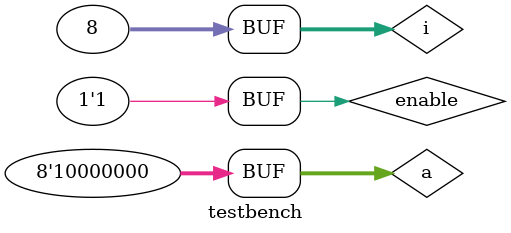
<source format=v>
`timescale 1us/1ns
module testbench();
	
	parameter N = 3;
	reg [2**N-1:0] a;
	reg enable;
	wire [N-1:0] y;
	
	integer i;
	
	encoder_3to8bit ENC1(
		.a(a),
		.enable(enable),
		.y(y)
		);
		
	initial begin 
		$monitor($time, " a = %b, y = %d",a, y);
		enable = 1; #1;
		for (i=0; i < 2**N; i = i+1) begin
			a = 1 << i; #1;
		end
	end

endmodule 

</source>
